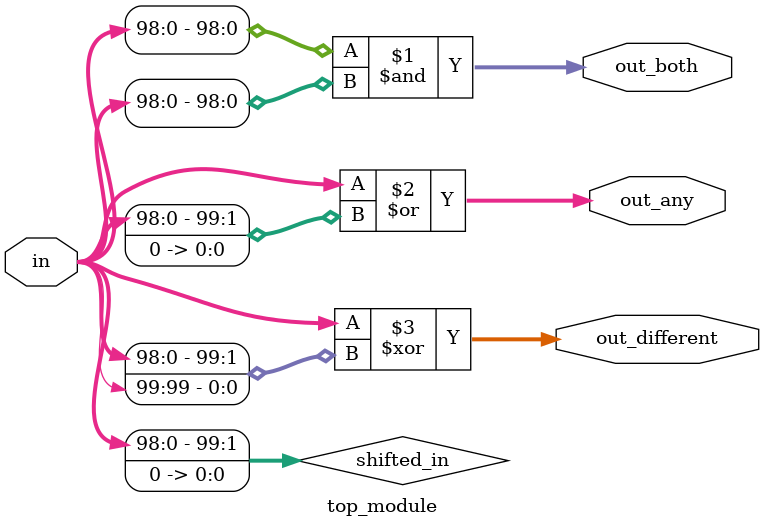
<source format=sv>
module top_module (
    input [99:0] in,
    output [98:0] out_both,
    output [99:0] out_any,
    output [99:0] out_different
);

    wire [99:0] shifted_in;
    assign shifted_in = {in[98:0], 1'b0}; // Shift input by one bit

    // Generate out_both: 99-bit AND operation
    assign out_both = in[98:0] & shifted_in[99:1];

    // Generate out_any: 100-bit OR operation
    assign out_any = in | shifted_in;

    // Generate out_different: 100-bit XOR operation
    assign out_different = in ^ {shifted_in[99:1], in[99]};

endmodule

</source>
